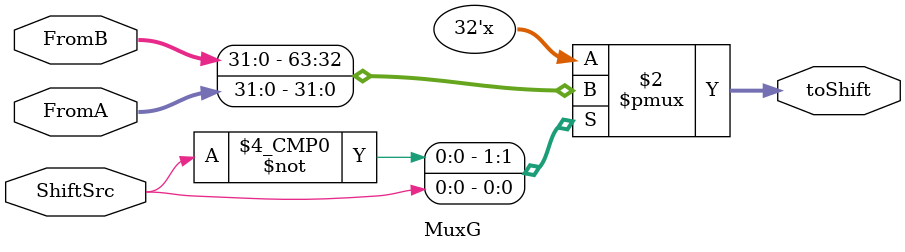
<source format=v>
module MuxG (
input wire[31:0] FromA,
input wire[31:0] FromB,
input wire ShiftSrc,
output reg[31:0] toShift
);

parameter S0 = 0, S1 = 1;
always @(*) begin
	case(ShiftSrc)
		S0:
			toShift <= FromB;
		S1:
			toShift <= FromA;
	endcase
end

endmodule
</source>
